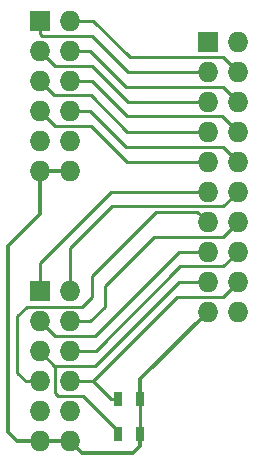
<source format=gbr>
G04 #@! TF.FileFunction,Copper,L1,Top,Signal*
%FSLAX46Y46*%
G04 Gerber Fmt 4.6, Leading zero omitted, Abs format (unit mm)*
G04 Created by KiCad (PCBNEW 4.0.4+e1-6308~48~ubuntu14.04.1-stable) date Wed Oct 26 00:07:37 2016*
%MOMM*%
%LPD*%
G01*
G04 APERTURE LIST*
%ADD10C,0.100000*%
%ADD11R,1.727200X1.727200*%
%ADD12O,1.727200X1.727200*%
%ADD13R,0.700000X1.300000*%
%ADD14C,0.320000*%
%ADD15C,0.240000*%
G04 APERTURE END LIST*
D10*
D11*
X14210000Y-1800000D03*
D12*
X16750000Y-1800000D03*
X14210000Y-4340000D03*
X16750000Y-4340000D03*
X14210000Y-6880000D03*
X16750000Y-6880000D03*
X14210000Y-9420000D03*
X16750000Y-9420000D03*
X14210000Y-11960000D03*
X16750000Y-11960000D03*
X14210000Y-14500000D03*
X16750000Y-14500000D03*
X14210000Y-17040000D03*
X16750000Y-17040000D03*
X14210000Y-19580000D03*
X16750000Y-19580000D03*
X14210000Y-22120000D03*
X16750000Y-22120000D03*
X14210000Y-24660000D03*
X16750000Y-24660000D03*
D11*
X0Y0D03*
D12*
X2540000Y0D03*
X0Y-2540000D03*
X2540000Y-2540000D03*
X0Y-5080000D03*
X2540000Y-5080000D03*
X0Y-7620000D03*
X2540000Y-7620000D03*
X0Y-10160000D03*
X2540000Y-10160000D03*
X0Y-12700000D03*
X2540000Y-12700000D03*
D11*
X0Y-22900000D03*
D12*
X2540000Y-22900000D03*
X0Y-25440000D03*
X2540000Y-25440000D03*
X0Y-27980000D03*
X2540000Y-27980000D03*
X0Y-30520000D03*
X2540000Y-30520000D03*
X0Y-33060000D03*
X2540000Y-33060000D03*
X0Y-35600000D03*
X2540000Y-35600000D03*
D13*
X8500000Y-32000000D03*
X6600000Y-32000000D03*
X8500000Y-35000000D03*
X6600000Y-35000000D03*
D14*
X8500000Y-32000000D02*
X8500000Y-30370000D01*
X8500000Y-30370000D02*
X14210000Y-24660000D01*
X7870000Y-36600000D02*
X3540000Y-36600000D01*
X3540000Y-36600000D02*
X2540000Y-35600000D01*
X8500000Y-35000000D02*
X8500000Y-35970000D01*
X8500000Y-35970000D02*
X7870000Y-36600000D01*
X0Y-35600000D02*
X2540000Y-35600000D01*
X-2700000Y-34800000D02*
X-1900000Y-35600000D01*
X-1900000Y-35600000D02*
X0Y-35600000D01*
X-2700000Y-19100000D02*
X-2700000Y-34800000D01*
X0Y-16400000D02*
X-2700000Y-19100000D01*
X0Y-12700000D02*
X0Y-16400000D01*
X2540000Y-12700000D02*
X0Y-12700000D01*
D15*
X8500000Y-35000000D02*
X8500000Y-34110000D01*
X8500000Y-34110000D02*
X8500000Y-32000000D01*
X4400000Y-1300000D02*
X196400Y-1300000D01*
X196400Y-1300000D02*
X0Y-1103600D01*
X0Y-1103600D02*
X0Y0D01*
X7440000Y-4340000D02*
X4400000Y-1300000D01*
X14210000Y-4340000D02*
X7440000Y-4340000D01*
X4500000Y0D02*
X2540000Y0D01*
X7600000Y-3100000D02*
X4500000Y0D01*
X15510000Y-3100000D02*
X7600000Y-3100000D01*
X16750000Y-4340000D02*
X15510000Y-3100000D01*
X11900000Y-20800000D02*
X4720000Y-27980000D01*
X4720000Y-27980000D02*
X2540000Y-27980000D01*
X15530000Y-20800000D02*
X11900000Y-20800000D01*
X16750000Y-19580000D02*
X15530000Y-20800000D01*
X-1200000Y-30500000D02*
X-20000Y-30500000D01*
X-20000Y-30500000D02*
X0Y-30520000D01*
X-1900000Y-29800000D02*
X-1200000Y-30500000D01*
X-1900000Y-25000000D02*
X-1900000Y-29800000D01*
X-1100000Y-24200000D02*
X-1900000Y-25000000D01*
X3600000Y-24200000D02*
X-1100000Y-24200000D01*
X4400000Y-23400000D02*
X3600000Y-24200000D01*
X4400000Y-21600000D02*
X4400000Y-23400000D01*
X9823599Y-16176401D02*
X4400000Y-21600000D01*
X14210000Y-17040000D02*
X13346401Y-16176401D01*
X13346401Y-16176401D02*
X9823599Y-16176401D01*
X16750000Y-14500000D02*
X15550000Y-15700000D01*
X15550000Y-15700000D02*
X6100000Y-15700000D01*
X6100000Y-15700000D02*
X2540000Y-19260000D01*
X2540000Y-19260000D02*
X2540000Y-22900000D01*
X14210000Y-14500000D02*
X6000000Y-14500000D01*
X6000000Y-14500000D02*
X0Y-20500000D01*
X0Y-20500000D02*
X0Y-21100000D01*
X0Y-21100000D02*
X0Y-22900000D01*
X7300000Y-10700000D02*
X4220000Y-7620000D01*
X4220000Y-7620000D02*
X2540000Y-7620000D01*
X15490000Y-10700000D02*
X7300000Y-10700000D01*
X16750000Y-11960000D02*
X15490000Y-10700000D01*
X4300000Y-8900000D02*
X1280000Y-8900000D01*
X1280000Y-8900000D02*
X0Y-7620000D01*
X7360000Y-11960000D02*
X4300000Y-8900000D01*
X14210000Y-11960000D02*
X7360000Y-11960000D01*
X16750000Y-9420000D02*
X15430000Y-8100000D01*
X15430000Y-8100000D02*
X7400000Y-8100000D01*
X7400000Y-8100000D02*
X4380000Y-5080000D01*
X4380000Y-5080000D02*
X2540000Y-5080000D01*
X4300000Y-6300000D02*
X1220000Y-6300000D01*
X1220000Y-6300000D02*
X0Y-5080000D01*
X7420000Y-9420000D02*
X4300000Y-6300000D01*
X14210000Y-9420000D02*
X7420000Y-9420000D01*
X7300000Y-5600000D02*
X4240000Y-2540000D01*
X4240000Y-2540000D02*
X2540000Y-2540000D01*
X15470000Y-5600000D02*
X7300000Y-5600000D01*
X16750000Y-6880000D02*
X15470000Y-5600000D01*
X0Y-2540000D02*
X1260000Y-3800000D01*
X1260000Y-3800000D02*
X4400000Y-3800000D01*
X4400000Y-3800000D02*
X7480000Y-6880000D01*
X7480000Y-6880000D02*
X14210000Y-6880000D01*
X16750000Y-22120000D02*
X15470000Y-23400000D01*
X15470000Y-23400000D02*
X11600000Y-23400000D01*
X11600000Y-23400000D02*
X4530000Y-30470000D01*
X4530000Y-30470000D02*
X4530000Y-30520000D01*
X6010000Y-32000000D02*
X4530000Y-30520000D01*
X6600000Y-32000000D02*
X6010000Y-32000000D01*
X4530000Y-30520000D02*
X4380000Y-30520000D01*
X4380000Y-30520000D02*
X2540000Y-30520000D01*
X5500000Y-24200000D02*
X4260000Y-25440000D01*
X4260000Y-25440000D02*
X2540000Y-25440000D01*
X5500000Y-22480000D02*
X5500000Y-24200000D01*
X15490000Y-18300000D02*
X9680000Y-18300000D01*
X9680000Y-18300000D02*
X5500000Y-22480000D01*
X16750000Y-17040000D02*
X15490000Y-18300000D01*
X1500000Y-31750000D02*
X1250000Y-31500000D01*
X1250000Y-31500000D02*
X1250000Y-29230000D01*
X1250000Y-29230000D02*
X1220000Y-29200000D01*
X3650000Y-31750000D02*
X1500000Y-31750000D01*
X6600000Y-35000000D02*
X6600000Y-34700000D01*
X6600000Y-34700000D02*
X3650000Y-31750000D01*
X0Y-27980000D02*
X1220000Y-29200000D01*
X1220000Y-29200000D02*
X4700000Y-29200000D01*
X4700000Y-29200000D02*
X11780000Y-22120000D01*
X11780000Y-22120000D02*
X14210000Y-22120000D01*
X14210000Y-19580000D02*
X11820000Y-19580000D01*
X11820000Y-19580000D02*
X4700000Y-26700000D01*
X4700000Y-26700000D02*
X1260000Y-26700000D01*
X1260000Y-26700000D02*
X0Y-25440000D01*
M02*

</source>
